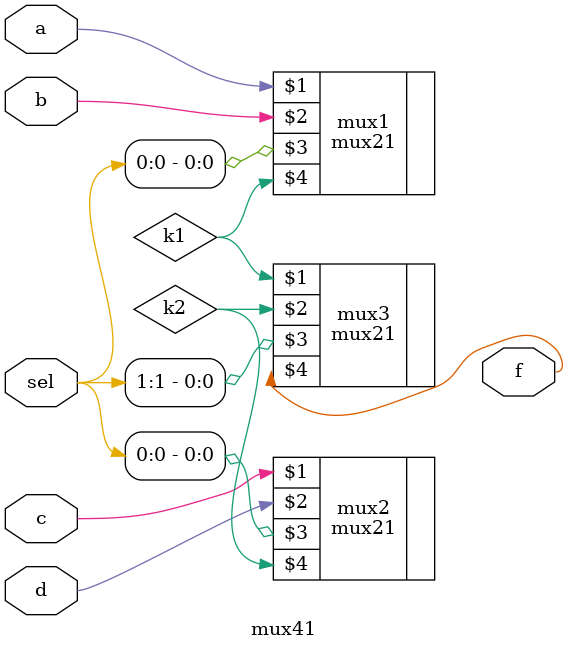
<source format=v>
`timescale 1ns / 1ps


module mux41(input a,b,c,d, input [1:0] sel, output f);
wire k1,k2;
mux21 mux1 (a,b,sel[0],k1);
mux21 mux2 (c,d,sel[0],k2);
mux21 mux3 (k1,k2,sel[1],f);
endmodule

</source>
